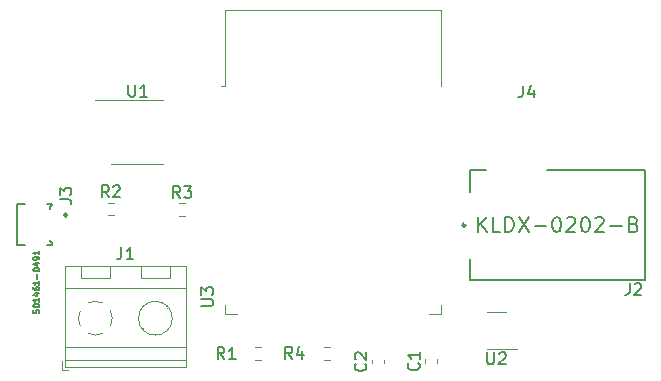
<source format=gbr>
%TF.GenerationSoftware,KiCad,Pcbnew,(6.0.2-0)*%
%TF.CreationDate,2022-03-23T11:08:56-04:00*%
%TF.ProjectId,Snoopy,536e6f6f-7079-42e6-9b69-6361645f7063,v03*%
%TF.SameCoordinates,Original*%
%TF.FileFunction,Legend,Top*%
%TF.FilePolarity,Positive*%
%FSLAX46Y46*%
G04 Gerber Fmt 4.6, Leading zero omitted, Abs format (unit mm)*
G04 Created by KiCad (PCBNEW (6.0.2-0)) date 2022-03-23 11:08:56*
%MOMM*%
%LPD*%
G01*
G04 APERTURE LIST*
%ADD10C,0.150000*%
%ADD11C,0.127000*%
%ADD12C,0.120000*%
%ADD13C,0.250000*%
%ADD14C,0.249999*%
G04 APERTURE END LIST*
D10*
%TO.C,U3*%
X123538580Y-90471904D02*
X124348104Y-90471904D01*
X124443342Y-90424285D01*
X124490961Y-90376666D01*
X124538580Y-90281428D01*
X124538580Y-90090952D01*
X124490961Y-89995714D01*
X124443342Y-89948095D01*
X124348104Y-89900476D01*
X123538580Y-89900476D01*
X123538580Y-89519523D02*
X123538580Y-88900476D01*
X123919533Y-89233809D01*
X123919533Y-89090952D01*
X123967152Y-88995714D01*
X124014771Y-88948095D01*
X124110009Y-88900476D01*
X124348104Y-88900476D01*
X124443342Y-88948095D01*
X124490961Y-88995714D01*
X124538580Y-89090952D01*
X124538580Y-89376666D01*
X124490961Y-89471904D01*
X124443342Y-89519523D01*
%TO.C,J2*%
X159807423Y-88544580D02*
X159807423Y-89258866D01*
X159759804Y-89401723D01*
X159664566Y-89496961D01*
X159521709Y-89544580D01*
X159426471Y-89544580D01*
X160235995Y-88639819D02*
X160283614Y-88592200D01*
X160378852Y-88544580D01*
X160616947Y-88544580D01*
X160712185Y-88592200D01*
X160759804Y-88639819D01*
X160807423Y-88735057D01*
X160807423Y-88830295D01*
X160759804Y-88973152D01*
X160188376Y-89544580D01*
X160807423Y-89544580D01*
X146982542Y-84216723D02*
X146982542Y-82946723D01*
X147708257Y-84216723D02*
X147163971Y-83491009D01*
X147708257Y-82946723D02*
X146982542Y-83672438D01*
X148857304Y-84216723D02*
X148252542Y-84216723D01*
X148252542Y-82946723D01*
X149280638Y-84216723D02*
X149280638Y-82946723D01*
X149583019Y-82946723D01*
X149764447Y-83007200D01*
X149885400Y-83128152D01*
X149945876Y-83249104D01*
X150006352Y-83491009D01*
X150006352Y-83672438D01*
X149945876Y-83914342D01*
X149885400Y-84035295D01*
X149764447Y-84156247D01*
X149583019Y-84216723D01*
X149280638Y-84216723D01*
X150429685Y-82946723D02*
X151276352Y-84216723D01*
X151276352Y-82946723D02*
X150429685Y-84216723D01*
X151760161Y-83732914D02*
X152727780Y-83732914D01*
X153574447Y-82946723D02*
X153695400Y-82946723D01*
X153816352Y-83007200D01*
X153876828Y-83067676D01*
X153937304Y-83188628D01*
X153997780Y-83430533D01*
X153997780Y-83732914D01*
X153937304Y-83974819D01*
X153876828Y-84095771D01*
X153816352Y-84156247D01*
X153695400Y-84216723D01*
X153574447Y-84216723D01*
X153453495Y-84156247D01*
X153393019Y-84095771D01*
X153332542Y-83974819D01*
X153272066Y-83732914D01*
X153272066Y-83430533D01*
X153332542Y-83188628D01*
X153393019Y-83067676D01*
X153453495Y-83007200D01*
X153574447Y-82946723D01*
X154481590Y-83067676D02*
X154542066Y-83007200D01*
X154663019Y-82946723D01*
X154965400Y-82946723D01*
X155086352Y-83007200D01*
X155146828Y-83067676D01*
X155207304Y-83188628D01*
X155207304Y-83309580D01*
X155146828Y-83491009D01*
X154421114Y-84216723D01*
X155207304Y-84216723D01*
X155993495Y-82946723D02*
X156114447Y-82946723D01*
X156235400Y-83007200D01*
X156295876Y-83067676D01*
X156356352Y-83188628D01*
X156416828Y-83430533D01*
X156416828Y-83732914D01*
X156356352Y-83974819D01*
X156295876Y-84095771D01*
X156235400Y-84156247D01*
X156114447Y-84216723D01*
X155993495Y-84216723D01*
X155872542Y-84156247D01*
X155812066Y-84095771D01*
X155751590Y-83974819D01*
X155691114Y-83732914D01*
X155691114Y-83430533D01*
X155751590Y-83188628D01*
X155812066Y-83067676D01*
X155872542Y-83007200D01*
X155993495Y-82946723D01*
X156900638Y-83067676D02*
X156961114Y-83007200D01*
X157082066Y-82946723D01*
X157384447Y-82946723D01*
X157505400Y-83007200D01*
X157565876Y-83067676D01*
X157626352Y-83188628D01*
X157626352Y-83309580D01*
X157565876Y-83491009D01*
X156840161Y-84216723D01*
X157626352Y-84216723D01*
X158170638Y-83732914D02*
X159138257Y-83732914D01*
X160166352Y-83551485D02*
X160347780Y-83611961D01*
X160408257Y-83672438D01*
X160468733Y-83793390D01*
X160468733Y-83974819D01*
X160408257Y-84095771D01*
X160347780Y-84156247D01*
X160226828Y-84216723D01*
X159743019Y-84216723D01*
X159743019Y-82946723D01*
X160166352Y-82946723D01*
X160287304Y-83007200D01*
X160347780Y-83067676D01*
X160408257Y-83188628D01*
X160408257Y-83309580D01*
X160347780Y-83430533D01*
X160287304Y-83491009D01*
X160166352Y-83551485D01*
X159743019Y-83551485D01*
%TO.C,J1*%
X116781066Y-85505780D02*
X116781066Y-86220066D01*
X116733447Y-86362923D01*
X116638209Y-86458161D01*
X116495352Y-86505780D01*
X116400114Y-86505780D01*
X117781066Y-86505780D02*
X117209638Y-86505780D01*
X117495352Y-86505780D02*
X117495352Y-85505780D01*
X117400114Y-85648638D01*
X117304876Y-85743876D01*
X117209638Y-85791495D01*
%TO.C,R3*%
X121755233Y-81318380D02*
X121421900Y-80842190D01*
X121183804Y-81318380D02*
X121183804Y-80318380D01*
X121564757Y-80318380D01*
X121659995Y-80366000D01*
X121707614Y-80413619D01*
X121755233Y-80508857D01*
X121755233Y-80651714D01*
X121707614Y-80746952D01*
X121659995Y-80794571D01*
X121564757Y-80842190D01*
X121183804Y-80842190D01*
X122088566Y-80318380D02*
X122707614Y-80318380D01*
X122374280Y-80699333D01*
X122517138Y-80699333D01*
X122612376Y-80746952D01*
X122659995Y-80794571D01*
X122707614Y-80889809D01*
X122707614Y-81127904D01*
X122659995Y-81223142D01*
X122612376Y-81270761D01*
X122517138Y-81318380D01*
X122231423Y-81318380D01*
X122136185Y-81270761D01*
X122088566Y-81223142D01*
%TO.C,R1*%
X125487133Y-94965780D02*
X125153800Y-94489590D01*
X124915704Y-94965780D02*
X124915704Y-93965780D01*
X125296657Y-93965780D01*
X125391895Y-94013400D01*
X125439514Y-94061019D01*
X125487133Y-94156257D01*
X125487133Y-94299114D01*
X125439514Y-94394352D01*
X125391895Y-94441971D01*
X125296657Y-94489590D01*
X124915704Y-94489590D01*
X126439514Y-94965780D02*
X125868085Y-94965780D01*
X126153800Y-94965780D02*
X126153800Y-93965780D01*
X126058561Y-94108638D01*
X125963323Y-94203876D01*
X125868085Y-94251495D01*
%TO.C,U1*%
X117373495Y-71745180D02*
X117373495Y-72554704D01*
X117421114Y-72649942D01*
X117468733Y-72697561D01*
X117563971Y-72745180D01*
X117754447Y-72745180D01*
X117849685Y-72697561D01*
X117897304Y-72649942D01*
X117944923Y-72554704D01*
X117944923Y-71745180D01*
X118944923Y-72745180D02*
X118373495Y-72745180D01*
X118659209Y-72745180D02*
X118659209Y-71745180D01*
X118563971Y-71888038D01*
X118468733Y-71983276D01*
X118373495Y-72030895D01*
%TO.C,C1*%
X141929142Y-95315066D02*
X141976761Y-95362685D01*
X142024380Y-95505542D01*
X142024380Y-95600780D01*
X141976761Y-95743638D01*
X141881523Y-95838876D01*
X141786285Y-95886495D01*
X141595809Y-95934114D01*
X141452952Y-95934114D01*
X141262476Y-95886495D01*
X141167238Y-95838876D01*
X141072000Y-95743638D01*
X141024380Y-95600780D01*
X141024380Y-95505542D01*
X141072000Y-95362685D01*
X141119619Y-95315066D01*
X142024380Y-94362685D02*
X142024380Y-94934114D01*
X142024380Y-94648400D02*
X141024380Y-94648400D01*
X141167238Y-94743638D01*
X141262476Y-94838876D01*
X141310095Y-94934114D01*
%TO.C,U2*%
X147751895Y-94409980D02*
X147751895Y-95219504D01*
X147799514Y-95314742D01*
X147847133Y-95362361D01*
X147942371Y-95409980D01*
X148132847Y-95409980D01*
X148228085Y-95362361D01*
X148275704Y-95314742D01*
X148323323Y-95219504D01*
X148323323Y-94409980D01*
X148751895Y-94505219D02*
X148799514Y-94457600D01*
X148894752Y-94409980D01*
X149132847Y-94409980D01*
X149228085Y-94457600D01*
X149275704Y-94505219D01*
X149323323Y-94600457D01*
X149323323Y-94695695D01*
X149275704Y-94838552D01*
X148704276Y-95409980D01*
X149323323Y-95409980D01*
%TO.C,J3*%
X111542580Y-81450376D02*
X112256866Y-81450376D01*
X112399723Y-81497995D01*
X112494961Y-81593233D01*
X112542580Y-81736090D01*
X112542580Y-81831328D01*
X111542580Y-81069423D02*
X111542580Y-80450376D01*
X111923533Y-80783709D01*
X111923533Y-80640852D01*
X111971152Y-80545614D01*
X112018771Y-80497995D01*
X112114009Y-80450376D01*
X112352104Y-80450376D01*
X112447342Y-80497995D01*
X112494961Y-80545614D01*
X112542580Y-80640852D01*
X112542580Y-80926566D01*
X112494961Y-81021804D01*
X112447342Y-81069423D01*
D11*
X109322809Y-90813466D02*
X109322809Y-91055371D01*
X109564714Y-91079561D01*
X109540523Y-91055371D01*
X109516333Y-91006990D01*
X109516333Y-90886038D01*
X109540523Y-90837657D01*
X109564714Y-90813466D01*
X109613095Y-90789276D01*
X109734047Y-90789276D01*
X109782428Y-90813466D01*
X109806619Y-90837657D01*
X109830809Y-90886038D01*
X109830809Y-91006990D01*
X109806619Y-91055371D01*
X109782428Y-91079561D01*
X109322809Y-90474800D02*
X109322809Y-90426419D01*
X109347000Y-90378038D01*
X109371190Y-90353847D01*
X109419571Y-90329657D01*
X109516333Y-90305466D01*
X109637285Y-90305466D01*
X109734047Y-90329657D01*
X109782428Y-90353847D01*
X109806619Y-90378038D01*
X109830809Y-90426419D01*
X109830809Y-90474800D01*
X109806619Y-90523180D01*
X109782428Y-90547371D01*
X109734047Y-90571561D01*
X109637285Y-90595752D01*
X109516333Y-90595752D01*
X109419571Y-90571561D01*
X109371190Y-90547371D01*
X109347000Y-90523180D01*
X109322809Y-90474800D01*
X109830809Y-89821657D02*
X109830809Y-90111942D01*
X109830809Y-89966800D02*
X109322809Y-89966800D01*
X109395380Y-90015180D01*
X109443761Y-90063561D01*
X109467952Y-90111942D01*
X109492142Y-89386228D02*
X109830809Y-89386228D01*
X109298619Y-89507180D02*
X109661476Y-89628133D01*
X109661476Y-89313657D01*
X109322809Y-88902419D02*
X109322809Y-88999180D01*
X109347000Y-89047561D01*
X109371190Y-89071752D01*
X109443761Y-89120133D01*
X109540523Y-89144323D01*
X109734047Y-89144323D01*
X109782428Y-89120133D01*
X109806619Y-89095942D01*
X109830809Y-89047561D01*
X109830809Y-88950800D01*
X109806619Y-88902419D01*
X109782428Y-88878228D01*
X109734047Y-88854038D01*
X109613095Y-88854038D01*
X109564714Y-88878228D01*
X109540523Y-88902419D01*
X109516333Y-88950800D01*
X109516333Y-89047561D01*
X109540523Y-89095942D01*
X109564714Y-89120133D01*
X109613095Y-89144323D01*
X109830809Y-88370228D02*
X109830809Y-88660514D01*
X109830809Y-88515371D02*
X109322809Y-88515371D01*
X109395380Y-88563752D01*
X109443761Y-88612133D01*
X109467952Y-88660514D01*
X109637285Y-88152514D02*
X109637285Y-87765466D01*
X109322809Y-87426800D02*
X109322809Y-87378419D01*
X109347000Y-87330038D01*
X109371190Y-87305847D01*
X109419571Y-87281657D01*
X109516333Y-87257466D01*
X109637285Y-87257466D01*
X109734047Y-87281657D01*
X109782428Y-87305847D01*
X109806619Y-87330038D01*
X109830809Y-87378419D01*
X109830809Y-87426800D01*
X109806619Y-87475180D01*
X109782428Y-87499371D01*
X109734047Y-87523561D01*
X109637285Y-87547752D01*
X109516333Y-87547752D01*
X109419571Y-87523561D01*
X109371190Y-87499371D01*
X109347000Y-87475180D01*
X109322809Y-87426800D01*
X109492142Y-86822038D02*
X109830809Y-86822038D01*
X109298619Y-86942990D02*
X109661476Y-87063942D01*
X109661476Y-86749466D01*
X109830809Y-86531752D02*
X109830809Y-86434990D01*
X109806619Y-86386609D01*
X109782428Y-86362419D01*
X109709857Y-86314038D01*
X109613095Y-86289847D01*
X109419571Y-86289847D01*
X109371190Y-86314038D01*
X109347000Y-86338228D01*
X109322809Y-86386609D01*
X109322809Y-86483371D01*
X109347000Y-86531752D01*
X109371190Y-86555942D01*
X109419571Y-86580133D01*
X109540523Y-86580133D01*
X109588904Y-86555942D01*
X109613095Y-86531752D01*
X109637285Y-86483371D01*
X109637285Y-86386609D01*
X109613095Y-86338228D01*
X109588904Y-86314038D01*
X109540523Y-86289847D01*
X109830809Y-85806038D02*
X109830809Y-86096323D01*
X109830809Y-85951180D02*
X109322809Y-85951180D01*
X109395380Y-85999561D01*
X109443761Y-86047942D01*
X109467952Y-86096323D01*
D10*
%TO.C,J4*%
X150771266Y-71823580D02*
X150771266Y-72537866D01*
X150723647Y-72680723D01*
X150628409Y-72775961D01*
X150485552Y-72823580D01*
X150390314Y-72823580D01*
X151676028Y-72156914D02*
X151676028Y-72823580D01*
X151437933Y-71775961D02*
X151199838Y-72490247D01*
X151818885Y-72490247D01*
%TO.C,C2*%
X137433342Y-95365866D02*
X137480961Y-95413485D01*
X137528580Y-95556342D01*
X137528580Y-95651580D01*
X137480961Y-95794438D01*
X137385723Y-95889676D01*
X137290485Y-95937295D01*
X137100009Y-95984914D01*
X136957152Y-95984914D01*
X136766676Y-95937295D01*
X136671438Y-95889676D01*
X136576200Y-95794438D01*
X136528580Y-95651580D01*
X136528580Y-95556342D01*
X136576200Y-95413485D01*
X136623819Y-95365866D01*
X136623819Y-94984914D02*
X136576200Y-94937295D01*
X136528580Y-94842057D01*
X136528580Y-94603961D01*
X136576200Y-94508723D01*
X136623819Y-94461104D01*
X136719057Y-94413485D01*
X136814295Y-94413485D01*
X136957152Y-94461104D01*
X137528580Y-95032533D01*
X137528580Y-94413485D01*
%TO.C,R4*%
X131227533Y-94940380D02*
X130894200Y-94464190D01*
X130656104Y-94940380D02*
X130656104Y-93940380D01*
X131037057Y-93940380D01*
X131132295Y-93988000D01*
X131179914Y-94035619D01*
X131227533Y-94130857D01*
X131227533Y-94273714D01*
X131179914Y-94368952D01*
X131132295Y-94416571D01*
X131037057Y-94464190D01*
X130656104Y-94464190D01*
X132084676Y-94273714D02*
X132084676Y-94940380D01*
X131846580Y-93892761D02*
X131608485Y-94607047D01*
X132227533Y-94607047D01*
%TO.C,R2*%
X115710033Y-81267580D02*
X115376700Y-80791390D01*
X115138604Y-81267580D02*
X115138604Y-80267580D01*
X115519557Y-80267580D01*
X115614795Y-80315200D01*
X115662414Y-80362819D01*
X115710033Y-80458057D01*
X115710033Y-80600914D01*
X115662414Y-80696152D01*
X115614795Y-80743771D01*
X115519557Y-80791390D01*
X115138604Y-80791390D01*
X116090985Y-80362819D02*
X116138604Y-80315200D01*
X116233842Y-80267580D01*
X116471938Y-80267580D01*
X116567176Y-80315200D01*
X116614795Y-80362819D01*
X116662414Y-80458057D01*
X116662414Y-80553295D01*
X116614795Y-80696152D01*
X116043366Y-81267580D01*
X116662414Y-81267580D01*
D12*
%TO.C,U3*%
X143816200Y-90380000D02*
X143816200Y-91160000D01*
X125576200Y-65415000D02*
X125576200Y-71835000D01*
X143816200Y-65415000D02*
X143816200Y-71835000D01*
X125576200Y-65415000D02*
X143816200Y-65415000D01*
X125576200Y-71835000D02*
X125196200Y-71835000D01*
X125576200Y-91160000D02*
X126576200Y-91160000D01*
X143816200Y-91160000D02*
X142816200Y-91160000D01*
X125576200Y-90380000D02*
X125576200Y-91160000D01*
D10*
%TO.C,J2*%
X147670400Y-78992200D02*
X146295400Y-78992200D01*
X161095400Y-78992200D02*
X152820400Y-78992200D01*
X161095400Y-78992200D02*
X161095400Y-88292200D01*
X161095400Y-88292200D02*
X146295400Y-88292200D01*
X146295400Y-86467199D02*
X146295400Y-88292200D01*
X146295400Y-78992200D02*
X146295400Y-80817201D01*
D13*
X145895400Y-83642200D02*
G75*
G03*
X145895400Y-83642200I-125000J0D01*
G01*
D12*
%TO.C,J1*%
X120739400Y-90603400D02*
X120679400Y-90662400D01*
X118404400Y-87113400D02*
X120904400Y-87113400D01*
X111734400Y-95863400D02*
X112234400Y-95863400D01*
X118404400Y-87113400D02*
X118404400Y-88113400D01*
X122254400Y-87053400D02*
X122254400Y-95623400D01*
X111974400Y-95623400D02*
X122254400Y-95623400D01*
X118404400Y-88113400D02*
X120904400Y-88113400D01*
X111974400Y-87053400D02*
X122254400Y-87053400D01*
X113324400Y-88113400D02*
X115824400Y-88113400D01*
X118784400Y-92558400D02*
X118744400Y-92598400D01*
X115824400Y-87113400D02*
X115824400Y-88113400D01*
X113324400Y-87113400D02*
X113324400Y-88113400D01*
X113324400Y-87113400D02*
X115824400Y-87113400D01*
X111974400Y-87053400D02*
X111974400Y-95623400D01*
X120565400Y-90428400D02*
X120525400Y-90468400D01*
X111734400Y-95123400D02*
X111734400Y-95863400D01*
X111974400Y-88963400D02*
X122254400Y-88963400D01*
X118630400Y-92363400D02*
X118570400Y-92423400D01*
X111974400Y-93963400D02*
X122254400Y-93963400D01*
X120904400Y-87113400D02*
X120904400Y-88113400D01*
X111974400Y-95063400D02*
X122254400Y-95063400D01*
X113288400Y-90885400D02*
G75*
G03*
X113287789Y-92140146I1285999J-627999D01*
G01*
X114574400Y-92943400D02*
G75*
G03*
X115201271Y-92798675I-1J1430001D01*
G01*
X113946400Y-92799400D02*
G75*
G03*
X114598680Y-92944340I628002J1286011D01*
G01*
X115201400Y-90227400D02*
G75*
G03*
X113947038Y-90227577I-627000J-1286006D01*
G01*
X115860400Y-92140400D02*
G75*
G03*
X115860223Y-90886038I-1286006J627000D01*
G01*
X121084400Y-91513400D02*
G75*
G03*
X121084400Y-91513400I-1430000J0D01*
G01*
%TO.C,R3*%
X121667176Y-82818500D02*
X122176624Y-82818500D01*
X121667176Y-81773500D02*
X122176624Y-81773500D01*
%TO.C,R1*%
X128118776Y-93990900D02*
X128628224Y-93990900D01*
X128118776Y-95035900D02*
X128628224Y-95035900D01*
%TO.C,U1*%
X118135400Y-73007800D02*
X114535400Y-73007800D01*
X118135400Y-73007800D02*
X120335400Y-73007800D01*
X118135400Y-78477800D02*
X120335400Y-78477800D01*
X118135400Y-78477800D02*
X115935400Y-78477800D01*
%TO.C,C1*%
X143512000Y-95294667D02*
X143512000Y-95002133D01*
X142492000Y-95294667D02*
X142492000Y-95002133D01*
%TO.C,U2*%
X148513800Y-90997600D02*
X149313800Y-90997600D01*
X148513800Y-94117600D02*
X147713800Y-94117600D01*
X148513800Y-94117600D02*
X150313800Y-94117600D01*
X148513800Y-90997600D02*
X147713800Y-90997600D01*
D10*
%TO.C,J3*%
X110707967Y-85016000D02*
X110907901Y-85166002D01*
X107908199Y-81816001D02*
X108651299Y-81816001D01*
X110907916Y-81816001D02*
X110907916Y-81966001D01*
X110444699Y-85316002D02*
X110907916Y-85316002D01*
X110907916Y-81966001D02*
X110707967Y-82116000D01*
X107908199Y-81816001D02*
X107908199Y-85315996D01*
X110907916Y-85166002D02*
X110907916Y-85316002D01*
X110444699Y-81816001D02*
X110907916Y-81816001D01*
X107908196Y-85315999D02*
X108651299Y-85315999D01*
X110707967Y-82116000D02*
X110707967Y-82266000D01*
X110707967Y-84866000D02*
X110707967Y-85016000D01*
D14*
X112183202Y-82765999D02*
G75*
G03*
X112183202Y-82765999I-125001J0D01*
G01*
D12*
%TO.C,C2*%
X137996200Y-95345467D02*
X137996200Y-95052933D01*
X139016200Y-95345467D02*
X139016200Y-95052933D01*
%TO.C,R4*%
X134415624Y-95010500D02*
X133906176Y-95010500D01*
X134415624Y-93965500D02*
X133906176Y-93965500D01*
%TO.C,R2*%
X115621976Y-81722700D02*
X116131424Y-81722700D01*
X115621976Y-82767700D02*
X116131424Y-82767700D01*
%TD*%
M02*

</source>
